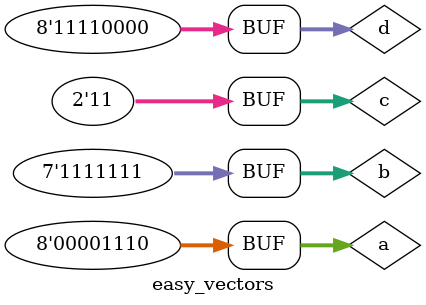
<source format=v>
module easy_vectors ();

reg [7:0] a = 0;
reg [6:0] b = 0;
reg [7:0] d = 0;
wire [1:0] c;

//Continuous assignment between a net and a register
// c[1] = a[3], c[0] = a[2]
assign c[1:0] = a[3:2];         //This is known as Bit-Slicing

//Procedure used to continuously monitor a,b,c,d
initial begin
    $monitor("a=%b, b=%b, c=%b, d=%b",a,b,c,d);
end

initial begin
    #1 a = 1;
    #1 a = 8'b1111_0101;
    #1 a = 8'b1111_1000;
    #1 a = 8'b0000_1000;
    #1 a = 8'b0;
    #1 b = 7'b111_1111;
    #1 d[3:0] = a[3:0];
    #1 d[7:4] = b[6:3];
    #1 a = 8'b0000_1110;
    #1 d = {a[3:0], b[3:0]};
    #1 d = {b[3:0], a[7:4]};
end
endmodule
</source>
